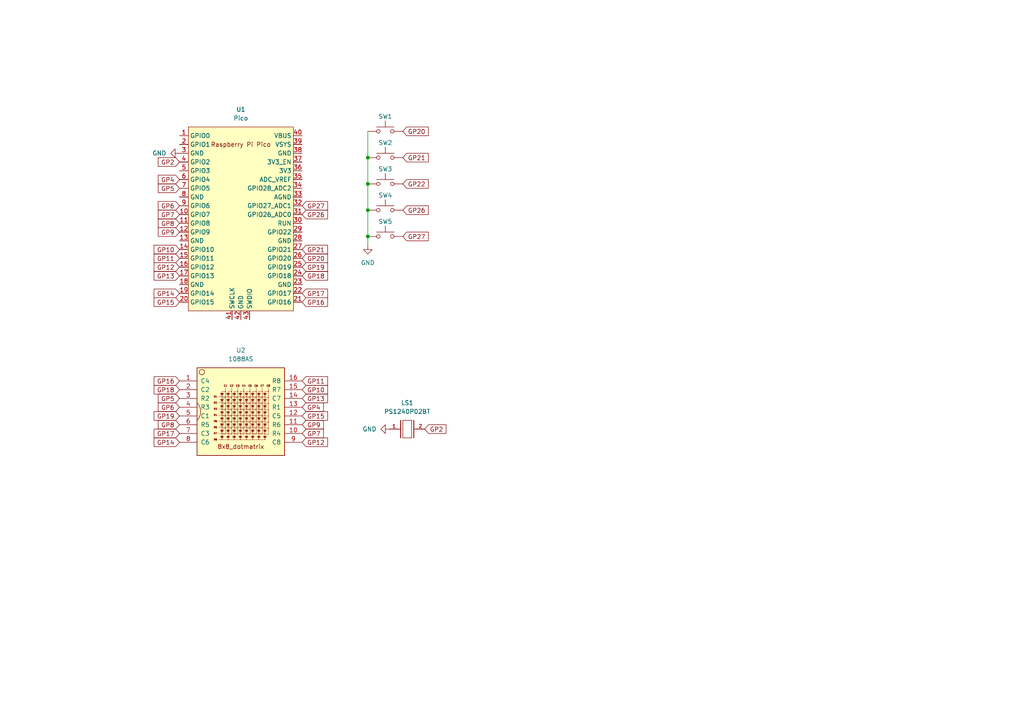
<source format=kicad_sch>
(kicad_sch (version 20231120) (generator "eeschema") (generator_version "8.0")
  (paper "A4")
  (lib_symbols
    (symbol "LED 1088as:1088AS" (pin_names (offset 1.016))
      (property "Reference" "U" (at 7.62 11.43 0))
      (property "Value" "1088AS" (at 0 11.43 0))
      (symbol "1088AS_0_0"
        (text "8x8_dotmatrix" (at 0 -10.16 0) (effects (font (size 1.27 1.27))))
      )
      (symbol "1088AS_1_1"
        (text "C1" (at -4.445 7.493 0) (effects (font (size 0.508 0.508))))
        (text "C2" (at -2.667 7.493 0) (effects (font (size 0.508 0.508))))
        (text "C3" (at -0.889 7.493 0) (effects (font (size 0.508 0.508))))
        (text "C4" (at 0.889 7.493 0) (effects (font (size 0.508 0.508))))
        (text "C5" (at 2.667 7.493 0) (effects (font (size 0.508 0.508))))
        (text "C6" (at 4.445 7.493 0) (effects (font (size 0.508 0.508))))
        (text "C7" (at 6.223 7.493 0) (effects (font (size 0.508 0.508))))
        (text "C8" (at 8.001 7.493 0) (effects (font (size 0.508 0.508))))
        (text "R1" (at -7.366 4.318 0) (effects (font (size 0.508 0.508))))
        (text "R2" (at -7.366 2.54 0) (effects (font (size 0.508 0.508))))
        (text "R3" (at -7.366 0.762 0) (effects (font (size 0.508 0.508))))
        (text "R4" (at -7.366 -1.016 0) (effects (font (size 0.508 0.508))))
        (text "R5" (at -7.366 -2.794 0) (effects (font (size 0.508 0.508))))
        (text "R6" (at -7.366 -4.572 0) (effects (font (size 0.508 0.508))))
        (text "R7" (at -7.366 -6.35 0) (effects (font (size 0.508 0.508))))
        (text "R8" (at -7.366 -8.128 0) (effects (font (size 0.508 0.508))))
        (pin input line (at -17.78 8.89 0) (length 5.08) (name "C4") (number "1"))
        (pin output line (at 17.78 -6.35 180) (length 5.08) (name "R4") (number "10"))
        (pin output line (at 17.78 -3.81 180) (length 5.08) (name "R6") (number "11"))
        (pin input line (at 17.78 -1.27 180) (length 5.08) (name "C5") (number "12"))
        (pin output line (at 17.78 1.27 180) (length 5.08) (name "R1") (number "13"))
        (pin input line (at 17.78 3.81 180) (length 5.08) (name "C7") (number "14"))
        (pin output line (at 17.78 6.35 180) (length 5.08) (name "R7") (number "15"))
        (pin output line (at 17.78 8.89 180) (length 5.08) (name "R8") (number "16"))
        (pin input line (at -17.78 6.35 0) (length 5.08) (name "C2") (number "2"))
        (pin output line (at -17.78 3.81 0) (length 5.08) (name "R2") (number "3"))
        (pin output line (at -17.78 1.27 0) (length 5.08) (name "R3") (number "4"))
        (pin input line (at -17.78 -1.27 0) (length 5.08) (name "C1") (number "5"))
        (pin output line (at -17.78 -3.81 0) (length 5.08) (name "R5") (number "6"))
        (pin input line (at -17.78 -6.35 0) (length 5.08) (name "C3") (number "7"))
        (pin input line (at -17.78 -8.89 0) (length 5.08) (name "C6") (number "8"))
        (pin input line (at 17.78 -8.89 180) (length 5.08) (name "C8") (number "9"))
      )
    )
    (symbol "MCU_RaspberryPi_and_Boards:Pico"
      (property "Reference" "U" (at -13.97 27.94 0))
      (property "Value" "Pico" (at 0 19.05 0))
      (symbol "Pico_0_0"
        (text "Raspberry Pi Pico" (at 0 21.59 0) (effects (font (size 1.27 1.27))))
      )
      (symbol "Pico_1_1"
        (pin bidirectional line (at -17.78 24.13 0) (length 2.54) (name "GPIO0") (number "1"))
        (pin bidirectional line (at -17.78 1.27 0) (length 2.54) (name "GPIO7") (number "10"))
        (pin bidirectional line (at -17.78 -1.27 0) (length 2.54) (name "GPIO8") (number "11"))
        (pin bidirectional line (at -17.78 -3.81 0) (length 2.54) (name "GPIO9") (number "12"))
        (pin power_in line (at -17.78 -6.35 0) (length 2.54) (name "GND") (number "13"))
        (pin bidirectional line (at -17.78 -8.89 0) (length 2.54) (name "GPIO10") (number "14"))
        (pin bidirectional line (at -17.78 -11.43 0) (length 2.54) (name "GPIO11") (number "15"))
        (pin bidirectional line (at -17.78 -13.97 0) (length 2.54) (name "GPIO12") (number "16"))
        (pin bidirectional line (at -17.78 -16.51 0) (length 2.54) (name "GPIO13") (number "17"))
        (pin power_in line (at -17.78 -19.05 0) (length 2.54) (name "GND") (number "18"))
        (pin bidirectional line (at -17.78 -21.59 0) (length 2.54) (name "GPIO14") (number "19"))
        (pin bidirectional line (at -17.78 21.59 0) (length 2.54) (name "GPIO1") (number "2"))
        (pin bidirectional line (at -17.78 -24.13 0) (length 2.54) (name "GPIO15") (number "20"))
        (pin bidirectional line (at 17.78 -24.13 180) (length 2.54) (name "GPIO16") (number "21"))
        (pin bidirectional line (at 17.78 -21.59 180) (length 2.54) (name "GPIO17") (number "22"))
        (pin power_in line (at 17.78 -19.05 180) (length 2.54) (name "GND") (number "23"))
        (pin bidirectional line (at 17.78 -16.51 180) (length 2.54) (name "GPIO18") (number "24"))
        (pin bidirectional line (at 17.78 -13.97 180) (length 2.54) (name "GPIO19") (number "25"))
        (pin bidirectional line (at 17.78 -11.43 180) (length 2.54) (name "GPIO20") (number "26"))
        (pin bidirectional line (at 17.78 -8.89 180) (length 2.54) (name "GPIO21") (number "27"))
        (pin power_in line (at 17.78 -6.35 180) (length 2.54) (name "GND") (number "28"))
        (pin bidirectional line (at 17.78 -3.81 180) (length 2.54) (name "GPIO22") (number "29"))
        (pin power_in line (at -17.78 19.05 0) (length 2.54) (name "GND") (number "3"))
        (pin input line (at 17.78 -1.27 180) (length 2.54) (name "RUN") (number "30"))
        (pin bidirectional line (at 17.78 1.27 180) (length 2.54) (name "GPIO26_ADC0") (number "31"))
        (pin bidirectional line (at 17.78 3.81 180) (length 2.54) (name "GPIO27_ADC1") (number "32"))
        (pin power_in line (at 17.78 6.35 180) (length 2.54) (name "AGND") (number "33"))
        (pin bidirectional line (at 17.78 8.89 180) (length 2.54) (name "GPIO28_ADC2") (number "34"))
        (pin power_in line (at 17.78 11.43 180) (length 2.54) (name "ADC_VREF") (number "35"))
        (pin power_in line (at 17.78 13.97 180) (length 2.54) (name "3V3") (number "36"))
        (pin input line (at 17.78 16.51 180) (length 2.54) (name "3V3_EN") (number "37"))
        (pin bidirectional line (at 17.78 19.05 180) (length 2.54) (name "GND") (number "38"))
        (pin power_in line (at 17.78 21.59 180) (length 2.54) (name "VSYS") (number "39"))
        (pin bidirectional line (at -17.78 16.51 0) (length 2.54) (name "GPIO2") (number "4"))
        (pin power_in line (at 17.78 24.13 180) (length 2.54) (name "VBUS") (number "40"))
        (pin input line (at -2.54 -29.21 90) (length 2.54) (name "SWCLK") (number "41"))
        (pin power_in line (at 0 -29.21 90) (length 2.54) (name "GND") (number "42"))
        (pin bidirectional line (at 2.54 -29.21 90) (length 2.54) (name "SWDIO") (number "43"))
        (pin bidirectional line (at -17.78 13.97 0) (length 2.54) (name "GPIO3") (number "5"))
        (pin bidirectional line (at -17.78 11.43 0) (length 2.54) (name "GPIO4") (number "6"))
        (pin bidirectional line (at -17.78 8.89 0) (length 2.54) (name "GPIO5") (number "7"))
        (pin power_in line (at -17.78 6.35 0) (length 2.54) (name "GND") (number "8"))
        (pin bidirectional line (at -17.78 3.81 0) (length 2.54) (name "GPIO6") (number "9"))
      )
    )
    (symbol "PS1240P02BT:PS1240P02BT" (pin_names (offset 1.016))
      (property "Reference" "LS" (at -3.81 3.81 0))
      (property "Value" "PS1240P02BT" (at -3.81 -5.08 0))
      (symbol "PS1240P02BT_0_0"
        (pin passive line (at -5.08 0 0) (length 2.54) (name "~") (number "1"))
        (pin passive line (at 5.08 0 180) (length 2.54) (name "~") (number "2"))
      )
    )
    (symbol "Switch:SW_Push" (pin_numbers hide) (pin_names (offset 1.016) hide)
      (property "Reference" "SW" (at 1.27 2.54 0))
      (property "Value" "SW_Push" (at 0 -1.524 0))
      (symbol "SW_Push_0_1"
        (pin passive line (at -5.08 0 0) (length 2.54) (name "1") (number "1"))
        (pin passive line (at 5.08 0 180) (length 2.54) (name "2") (number "2"))
      )
    )
    (symbol "power:GND" (power) (pin_numbers hide) (pin_names (offset 0) hide)
      (property "Value" "GND" (at 0 -3.81 0))
      (symbol "GND_1_1"
        (pin power_in line (at 0 0 270) (length 0) (name "~") (number "1"))
      )
    )
  )
  (junction (at 106.68 45.72))
  (junction (at 106.68 53.34))
  (junction (at 106.68 68.58))
  (junction (at 106.68 60.96))
  (wire (pts (xy 106.68 68.58) (xy 106.68 71.12)))
  (wire (pts (xy 106.68 60.96) (xy 106.68 68.58)))
  (wire (pts (xy 106.68 45.72) (xy 106.68 53.34)))
  (wire (pts (xy 106.68 53.34) (xy 106.68 60.96)))
  (wire (pts (xy 106.68 38.1) (xy 106.68 45.72)))
  (global_label "GP7" (shape input) (at 52.07 62.23 180) (property "Intersheetrefs" "${INTERSHEET_REFS}" (effects (hide yes))))
  (global_label "GP19" (shape input) (at 87.63 77.47 0) (property "Intersheetrefs" "${INTERSHEET_REFS}" (effects (hide yes))))
  (global_label "GP20" (shape input) (at 87.63 74.93 0) (property "Intersheetrefs" "${INTERSHEET_REFS}" (effects (hide yes))))
  (global_label "GP17" (shape input) (at 52.07 125.73 180) (property "Intersheetrefs" "${INTERSHEET_REFS}" (effects (hide yes))))
  (global_label "GP26" (shape input) (at 87.63 62.23 0) (property "Intersheetrefs" "${INTERSHEET_REFS}" (effects (hide yes))))
  (global_label "GP13" (shape input) (at 87.63 115.57 0) (property "Intersheetrefs" "${INTERSHEET_REFS}" (effects (hide yes))))
  (global_label "GP15" (shape input) (at 87.63 120.65 0) (property "Intersheetrefs" "${INTERSHEET_REFS}" (effects (hide yes))))
  (global_label "GP9" (shape input) (at 87.63 123.19 0) (property "Intersheetrefs" "${INTERSHEET_REFS}" (effects (hide yes))))
  (global_label "GP18" (shape input) (at 87.63 80.01 0) (property "Intersheetrefs" "${INTERSHEET_REFS}" (effects (hide yes))))
  (global_label "GP22" (shape input) (at 116.84 53.34 0) (property "Intersheetrefs" "${INTERSHEET_REFS}" (effects (hide yes))))
  (global_label "GP26" (shape input) (at 116.84 60.96 0) (property "Intersheetrefs" "${INTERSHEET_REFS}" (effects (hide yes))))
  (global_label "GP21" (shape input) (at 116.84 45.72 0) (property "Intersheetrefs" "${INTERSHEET_REFS}" (effects (hide yes))))
  (global_label "GP6" (shape input) (at 52.07 59.69 180) (property "Intersheetrefs" "${INTERSHEET_REFS}" (effects (hide yes))))
  (global_label "GP19" (shape input) (at 52.07 120.65 180) (property "Intersheetrefs" "${INTERSHEET_REFS}" (effects (hide yes))))
  (global_label "GP20" (shape input) (at 116.84 38.1 0) (property "Intersheetrefs" "${INTERSHEET_REFS}" (effects (hide yes))))
  (global_label "GP14" (shape input) (at 52.07 128.27 180) (property "Intersheetrefs" "${INTERSHEET_REFS}" (effects (hide yes))))
  (global_label "GP16" (shape input) (at 52.07 110.49 180) (property "Intersheetrefs" "${INTERSHEET_REFS}" (effects (hide yes))))
  (global_label "GP5" (shape input) (at 52.07 115.57 180) (property "Intersheetrefs" "${INTERSHEET_REFS}" (effects (hide yes))))
  (global_label "GP17" (shape input) (at 87.63 85.09 0) (property "Intersheetrefs" "${INTERSHEET_REFS}" (effects (hide yes))))
  (global_label "GP12" (shape input) (at 52.07 77.47 180) (property "Intersheetrefs" "${INTERSHEET_REFS}" (effects (hide yes))))
  (global_label "GP15" (shape input) (at 52.07 87.63 180) (property "Intersheetrefs" "${INTERSHEET_REFS}" (effects (hide yes))))
  (global_label "GP10" (shape input) (at 52.07 72.39 180) (property "Intersheetrefs" "${INTERSHEET_REFS}" (effects (hide yes))))
  (global_label "GP5" (shape input) (at 52.07 54.61 180) (property "Intersheetrefs" "${INTERSHEET_REFS}" (effects (hide yes))))
  (global_label "GP27" (shape input) (at 116.84 68.58 0) (property "Intersheetrefs" "${INTERSHEET_REFS}" (effects (hide yes))))
  (global_label "GP8" (shape input) (at 52.07 123.19 180) (property "Intersheetrefs" "${INTERSHEET_REFS}" (effects (hide yes))))
  (global_label "GP4" (shape input) (at 87.63 118.11 0) (property "Intersheetrefs" "${INTERSHEET_REFS}" (effects (hide yes))))
  (global_label "GP16" (shape input) (at 87.63 87.63 0) (property "Intersheetrefs" "${INTERSHEET_REFS}" (effects (hide yes))))
  (global_label "GP12" (shape input) (at 87.63 128.27 0) (property "Intersheetrefs" "${INTERSHEET_REFS}" (effects (hide yes))))
  (global_label "GP2" (shape input) (at 52.07 46.99 180) (property "Intersheetrefs" "${INTERSHEET_REFS}" (effects (hide yes))))
  (global_label "GP9" (shape input) (at 52.07 67.31 180) (property "Intersheetrefs" "${INTERSHEET_REFS}" (effects (hide yes))))
  (global_label "GP13" (shape input) (at 52.07 80.01 180) (property "Intersheetrefs" "${INTERSHEET_REFS}" (effects (hide yes))))
  (global_label "GP10" (shape input) (at 87.63 113.03 0) (property "Intersheetrefs" "${INTERSHEET_REFS}" (effects (hide yes))))
  (global_label "GP2" (shape input) (at 123.19 124.46 0) (property "Intersheetrefs" "${INTERSHEET_REFS}" (effects (hide yes))))
  (global_label "GP21" (shape input) (at 87.63 72.39 0) (property "Intersheetrefs" "${INTERSHEET_REFS}" (effects (hide yes))))
  (global_label "GP18" (shape input) (at 52.07 113.03 180) (property "Intersheetrefs" "${INTERSHEET_REFS}" (effects (hide yes))))
  (global_label "GP8" (shape input) (at 52.07 64.77 180) (property "Intersheetrefs" "${INTERSHEET_REFS}" (effects (hide yes))))
  (global_label "GP27" (shape input) (at 87.63 59.69 0) (property "Intersheetrefs" "${INTERSHEET_REFS}" (effects (hide yes))))
  (global_label "GP6" (shape input) (at 52.07 118.11 180) (property "Intersheetrefs" "${INTERSHEET_REFS}" (effects (hide yes))))
  (global_label "GP11" (shape input) (at 87.63 110.49 0) (property "Intersheetrefs" "${INTERSHEET_REFS}" (effects (hide yes))))
  (global_label "GP4" (shape input) (at 52.07 52.07 180) (property "Intersheetrefs" "${INTERSHEET_REFS}" (effects (hide yes))))
  (global_label "GP14" (shape input) (at 52.07 85.09 180) (property "Intersheetrefs" "${INTERSHEET_REFS}" (effects (hide yes))))
  (global_label "GP7" (shape input) (at 87.63 125.73 0) (property "Intersheetrefs" "${INTERSHEET_REFS}" (effects (hide yes))))
  (global_label "GP11" (shape input) (at 52.07 74.93 180) (property "Intersheetrefs" "${INTERSHEET_REFS}" (effects (hide yes))))
  (symbol (lib_id "Switch:SW_Push") (at 111.76 38.1 0) (unit 1)
    (property "Reference" "SW1" (at 111.76 33.782 0))
    (property "Value" "SW_Push" (effects (hide yes)))
    (property "Footprint" "Button_Switch_THT:SW_PUSH_6mm" (effects (hide yes)))
    (property "Description" "Push button switch, generic, two pins" (effects (hide yes)))
  )
  (symbol (lib_id "Switch:SW_Push") (at 111.76 68.58 0) (unit 1)
    (property "Reference" "SW5" (at 111.76 64.262 0))
    (property "Value" "SW_Push" (effects (hide yes)))
    (property "Footprint" "Button_Switch_THT:SW_PUSH_6mm" (effects (hide yes)))
    (property "Description" "Push button switch, generic, two pins" (effects (hide yes)))
  )
  (symbol (lib_id "power:GND") (at 106.68 71.12 0) (unit 1)
    (property "Reference" "#PWR01" (effects (hide yes)))
    (property "Value" "GND" (at 106.68 76.2 0))
    (property "Description" "Power symbol creates a global label with name \"GND\" , ground" (effects (hide yes)))
  )
  (symbol (lib_id "PS1240P02BT:PS1240P02BT") (at 118.11 124.46 0) (unit 1)
    (property "Reference" "LS1" (at 118.11 116.84 0))
    (property "Value" "PS1240P02BT" (at 118.11 119.38 0))
    (property "Footprint" "PS1240P02BT Model:XDCR_PS1240P02BT" (effects (hide yes)))
    (property "MF" "TDK Corporation" (effects (hide yes)))
    (property "MAXIMUM_PACKAGE_HEIGHT" "7.0mm" (effects (hide yes)))
    (property "PACKAGE" "SIP-5 TDK" (effects (hide yes)))
    (property "PRICE" "None" (effects (hide yes)))
    (property "Package" "Custom Package TDK" (effects (hide yes)))
    (property "Check_prices" "https://www.snapeda.com/parts/PS1240P02BT/TDK/view-part/?ref=eda" (effects (hide yes)))
    (property "Price" "None" (effects (hide yes)))
    (property "SnapEDA_Link" "https://www.snapeda.com/parts/PS1240P02BT/TDK/view-part/?ref=snap" (effects (hide yes)))
    (property "MP" "PS1240P02BT" (effects (hide yes)))
    (property "Description_1" "\n                        \n                            Buzzers Transducer, Externally Driven Piezo 3 V - 4kHz 60dB @ 3V, 10cm Through Hole PC Pins\n                        \n" (effects (hide yes)))
    (property "Availability" "In Stock" (effects (hide yes)))
    (property "AVAILABILITY" "Unavailable" (effects (hide yes)))
    (property "DESCRIPTION" "Buzzers Transducer, Externally Driven Piezo 3V 4kHz 60dB @ 3V, 10cm Through Hole PC Pins" (effects (hide yes)))
  )
  (symbol (lib_id "Switch:SW_Push") (at 111.76 60.96 0) (unit 1)
    (property "Reference" "SW4" (at 111.76 56.642 0))
    (property "Value" "SW_Push" (effects (hide yes)))
    (property "Footprint" "Button_Switch_THT:SW_PUSH_6mm" (effects (hide yes)))
    (property "Description" "Push button switch, generic, two pins" (effects (hide yes)))
  )
  (symbol (lib_id "Switch:SW_Push") (at 111.76 53.34 0) (unit 1)
    (property "Reference" "SW3" (at 111.76 49.022 0))
    (property "Value" "SW_Push" (effects (hide yes)))
    (property "Footprint" "Button_Switch_THT:SW_PUSH_6mm" (effects (hide yes)))
    (property "Description" "Push button switch, generic, two pins" (effects (hide yes)))
  )
  (symbol (lib_id "MCU_RaspberryPi_and_Boards:Pico") (at 69.85 63.5 0) (unit 1)
    (property "Reference" "U1" (at 69.85 31.75 0))
    (property "Value" "Pico" (at 69.85 34.29 0))
    (property "Footprint" "Module:RaspberryPi_Pico_Common_THT" (effects (hide yes)))
  )
  (symbol (lib_id "LED 1088as:1088AS") (at 69.85 119.38 0) (unit 1)
    (property "Reference" "U2" (at 69.85 101.6 0))
    (property "Value" "1088AS" (at 69.85 104.14 0))
    (property "Footprint" "Kicad LED Dot Matrix main lib:LED_1088_Pin_Header" (effects (hide yes)))
  )
  (symbol (lib_id "power:GND") (at 52.07 44.45 270) (unit 1)
    (property "Reference" "#PWR03" (effects (hide yes)))
    (property "Value" "GND" (at 48.26 44.4499 90) (effects (justify right)))
    (property "Description" "Power symbol creates a global label with name \"GND\" , ground" (effects (hide yes)))
  )
  (symbol (lib_id "Switch:SW_Push") (at 111.76 45.72 0) (unit 1)
    (property "Reference" "SW2" (at 111.76 41.402 0))
    (property "Value" "SW_Push" (effects (hide yes)))
    (property "Footprint" "Button_Switch_THT:SW_PUSH_6mm" (effects (hide yes)))
    (property "Description" "Push button switch, generic, two pins" (effects (hide yes)))
  )
  (symbol (lib_id "power:GND") (at 113.03 124.46 270) (unit 1)
    (property "Reference" "#PWR02" (effects (hide yes)))
    (property "Value" "GND" (at 109.22 124.4599 90) (effects (justify right)))
    (property "Description" "Power symbol creates a global label with name \"GND\" , ground" (effects (hide yes)))
  )
)
</source>
